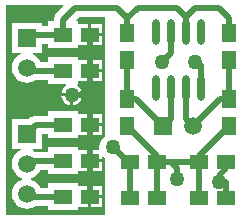
<source format=gtl>
%FSLAX25Y25*%
%MOIN*%
G70*
G01*
G75*
G04 Layer_Physical_Order=1*
G04 Layer_Color=255*
%ADD10O,0.02362X0.08661*%
%ADD11R,0.05000X0.06000*%
%ADD12R,0.06000X0.05000*%
%ADD13C,0.02000*%
%ADD14R,0.05906X0.05906*%
%ADD15C,0.05906*%
%ADD16R,0.05906X0.05906*%
%ADD17C,0.05000*%
G36*
X129759Y178987D02*
X127360Y176588D01*
X126880Y175962D01*
X126791Y175748D01*
X126577Y175232D01*
X126474Y174449D01*
Y173949D01*
X124500D01*
Y172475D01*
X122453D01*
Y173402D01*
X112547D01*
Y163496D01*
X115436D01*
X115536Y162996D01*
X115002Y162775D01*
X113968Y161981D01*
X113174Y160947D01*
X112675Y159742D01*
X112504Y158449D01*
X112675Y157156D01*
X113174Y155951D01*
X113968Y154917D01*
X115002Y154123D01*
X116207Y153624D01*
X117500Y153453D01*
X118793Y153624D01*
X119998Y154123D01*
X120389Y154423D01*
X124500D01*
Y152949D01*
X130524D01*
X130628Y152732D01*
X130660Y152449D01*
X130004Y151945D01*
X129443Y151214D01*
X129090Y150363D01*
X129036Y149949D01*
X135964D01*
X135910Y150363D01*
X135557Y151214D01*
X134996Y151945D01*
X134340Y152449D01*
X134372Y152732D01*
X134476Y152949D01*
X134500D01*
Y153949D01*
X138000D01*
Y157449D01*
Y160949D01*
X134500D01*
Y161949D01*
X124500D01*
Y160475D01*
X122022D01*
X121826Y160947D01*
X121032Y161981D01*
X119998Y162775D01*
X119464Y162996D01*
X119564Y163496D01*
X122453D01*
Y166423D01*
X124500D01*
Y164949D01*
X134500D01*
Y165949D01*
X138000D01*
Y169449D01*
Y172949D01*
X134500D01*
Y173949D01*
X133932D01*
X133741Y174411D01*
X134753Y175423D01*
X143500D01*
Y135559D01*
X142978Y135158D01*
X142256Y134218D01*
X141803Y133124D01*
X141648Y131949D01*
X141731Y131325D01*
X141401Y130949D01*
X139000D01*
Y127949D01*
X142500D01*
Y128584D01*
X142825Y128695D01*
X143000Y128722D01*
X143500Y128339D01*
Y109449D01*
X110500D01*
Y179449D01*
X129568D01*
X129759Y178987D01*
D02*
G37*
%LPC*%
G36*
X134500Y143949D02*
X124500D01*
Y142475D01*
X120500D01*
X119717Y142372D01*
X119201Y142158D01*
X118987Y142069D01*
X118360Y141588D01*
X118174Y141402D01*
X112547D01*
Y131496D01*
X115436D01*
X115536Y130996D01*
X115002Y130775D01*
X113968Y129981D01*
X113174Y128947D01*
X112675Y127742D01*
X112504Y126449D01*
X112675Y125156D01*
X113174Y123951D01*
X113968Y122916D01*
X115002Y122123D01*
X115976Y121719D01*
Y121178D01*
X115002Y120775D01*
X113968Y119981D01*
X113174Y118947D01*
X112675Y117742D01*
X112504Y116449D01*
X112675Y115156D01*
X113174Y113951D01*
X113968Y112917D01*
X115002Y112123D01*
X116207Y111624D01*
X117500Y111453D01*
X118793Y111624D01*
X119998Y112123D01*
X120389Y112423D01*
X124500D01*
Y110949D01*
X134500D01*
Y111949D01*
X138000D01*
Y115449D01*
Y118949D01*
X134500D01*
Y119949D01*
X124500D01*
Y118475D01*
X122022D01*
X121826Y118947D01*
X121032Y119981D01*
X119998Y120775D01*
X119024Y121178D01*
Y121719D01*
X119998Y122123D01*
X121032Y122916D01*
X121826Y123951D01*
X122022Y124423D01*
X124500D01*
Y122949D01*
X134500D01*
Y123949D01*
X138000D01*
Y127449D01*
Y130949D01*
X134500D01*
Y131949D01*
X124500D01*
Y130475D01*
X120389D01*
X119998Y130775D01*
X119464Y130996D01*
X119564Y131496D01*
X122453D01*
Y136423D01*
X124500D01*
Y134949D01*
X134500D01*
Y135949D01*
X138000D01*
Y139449D01*
Y142949D01*
X134500D01*
Y143949D01*
D02*
G37*
G36*
X142500Y138949D02*
X139000D01*
Y135949D01*
X142500D01*
Y138949D01*
D02*
G37*
G36*
Y126949D02*
X139000D01*
Y123949D01*
X142500D01*
Y126949D01*
D02*
G37*
G36*
Y114949D02*
X139000D01*
Y111949D01*
X142500D01*
Y114949D01*
D02*
G37*
G36*
Y118949D02*
X139000D01*
Y115949D01*
X142500D01*
Y118949D01*
D02*
G37*
G36*
Y142949D02*
X139000D01*
Y139949D01*
X142500D01*
Y142949D01*
D02*
G37*
G36*
Y160949D02*
X139000D01*
Y157949D01*
X142500D01*
Y160949D01*
D02*
G37*
G36*
Y168949D02*
X139000D01*
Y165949D01*
X142500D01*
Y168949D01*
D02*
G37*
G36*
Y172949D02*
X139000D01*
Y169949D01*
X142500D01*
Y172949D01*
D02*
G37*
G36*
X132000Y148949D02*
X129036D01*
X129090Y148535D01*
X129443Y147684D01*
X130004Y146953D01*
X130735Y146392D01*
X131586Y146039D01*
X132000Y145984D01*
Y148949D01*
D02*
G37*
G36*
X135964D02*
X133000D01*
Y145984D01*
X133414Y146039D01*
X134265Y146392D01*
X134996Y146953D01*
X135557Y147684D01*
X135910Y148535D01*
X135964Y148949D01*
D02*
G37*
G36*
X142500Y156949D02*
X139000D01*
Y153949D01*
X142500D01*
Y156949D01*
D02*
G37*
%LPD*%
D10*
X160500Y151551D02*
D03*
X165500D02*
D03*
X170500D02*
D03*
X175500D02*
D03*
X160500Y170449D02*
D03*
X165500D02*
D03*
X170500D02*
D03*
X175500D02*
D03*
D11*
X185000Y161000D02*
D03*
Y170000D02*
D03*
X151000Y161000D02*
D03*
Y170000D02*
D03*
Y148000D02*
D03*
Y139000D02*
D03*
X185000D02*
D03*
Y148000D02*
D03*
D12*
X184000Y115000D02*
D03*
X175000D02*
D03*
Y127000D02*
D03*
X184000D02*
D03*
X129500Y139449D02*
D03*
X138500D02*
D03*
X129500Y127449D02*
D03*
X138500D02*
D03*
X129500Y115449D02*
D03*
X138500D02*
D03*
X129500Y169449D02*
D03*
X138500D02*
D03*
X129500Y157449D02*
D03*
X138500D02*
D03*
X161000Y115000D02*
D03*
X152000D02*
D03*
Y127000D02*
D03*
X161000D02*
D03*
D13*
X165500D02*
X175000D01*
X161000D02*
X165500D01*
X167500Y125000D01*
Y121449D02*
Y125000D01*
X151000Y148000D02*
Y161000D01*
X185000Y148000D02*
Y161000D01*
X138500Y127449D02*
Y139449D01*
Y115449D02*
Y127449D01*
X151000Y170000D02*
X151743D01*
X170500Y141500D02*
Y151551D01*
Y141500D02*
X173000Y139000D01*
X165500Y141500D02*
Y151551D01*
X163000Y139000D02*
X165500Y141500D01*
X151000Y148000D02*
X154000D01*
X163000Y139000D01*
X118500Y115449D02*
X129500D01*
X161000Y127000D02*
Y129000D01*
X175000Y115000D02*
Y127000D01*
X161000Y115000D02*
Y127000D01*
X151000Y139000D02*
X161000Y129000D01*
X118500Y127449D02*
X129500D01*
X117500Y126449D02*
X118500Y127449D01*
X120500Y139449D02*
X129500D01*
X117500Y136449D02*
X120500Y139449D01*
X175000Y127000D02*
Y129000D01*
X185000Y139000D01*
X182000Y148000D02*
X185000D01*
X173000Y139000D02*
X182000Y148000D01*
X185000Y170000D02*
Y174949D01*
X181500Y178449D02*
X185000Y174949D01*
X170500Y175449D02*
X173500Y178449D01*
X181500D01*
X170500Y170449D02*
Y175449D01*
X167500Y178449D02*
X170500Y175449D01*
X118500Y169449D02*
X129500D01*
X117500Y168449D02*
X118500Y169449D01*
X129500D02*
Y174449D01*
X133500Y178449D01*
X151000Y174949D02*
X154500Y178449D01*
X167500D01*
X151000Y170000D02*
Y174949D01*
X147500Y178449D02*
X151000Y174949D01*
X133500Y178449D02*
X147500D01*
X138500Y157449D02*
Y169449D01*
X118500Y157449D02*
X129500D01*
X117500Y158449D02*
X118500Y157449D01*
X165500Y163449D02*
Y170449D01*
X162500Y160449D02*
X165500Y163449D01*
X146187Y131949D02*
X151136Y127000D01*
X152000Y115000D02*
Y127000D01*
X175500Y151551D02*
Y159449D01*
X174500D02*
X175500D01*
X173500Y160449D02*
X174500Y159449D01*
X132500Y149449D02*
X135500D01*
X138500Y152449D01*
Y139449D02*
Y152449D01*
Y157449D01*
X184000Y124949D02*
Y127000D01*
X181500Y122449D02*
X184000Y124949D01*
X181500Y120449D02*
Y122449D01*
X184000Y115000D02*
Y120449D01*
D14*
X117500Y136449D02*
D03*
Y168449D02*
D03*
D15*
Y126449D02*
D03*
Y116449D02*
D03*
Y158449D02*
D03*
X173000Y139000D02*
D03*
D16*
X163000D02*
D03*
D17*
X167500Y121449D02*
D03*
X162500Y160449D02*
D03*
X146187Y131949D02*
D03*
X173500Y160449D02*
D03*
X132500Y149449D02*
D03*
X181500Y120449D02*
D03*
M02*

</source>
